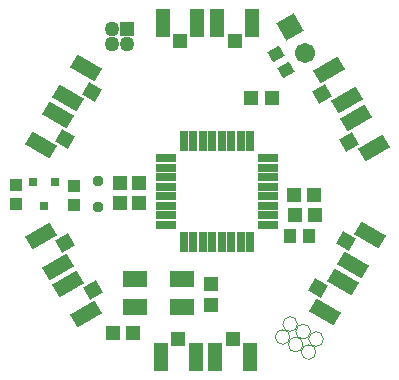
<source format=gts>
G04*
G04 #@! TF.GenerationSoftware,Altium Limited,Altium Designer,21.9.1 (22)*
G04*
G04 Layer_Color=8388736*
%FSLAX44Y44*%
%MOMM*%
G71*
G04*
G04 #@! TF.SameCoordinates,043B7ADD-777D-4B4F-A2BF-0A1D89707C51*
G04*
G04*
G04 #@! TF.FilePolarity,Negative*
G04*
G01*
G75*
%ADD11C,0.0000*%
%ADD32R,1.7032X0.7532*%
%ADD33R,0.7532X1.7032*%
%ADD34R,1.3032X1.2032*%
%ADD35R,1.2532X2.4032*%
%ADD36R,1.2032X1.2532*%
G04:AMPARAMS|DCode=37|XSize=1.2532mm|YSize=2.4032mm|CornerRadius=0mm|HoleSize=0mm|Usage=FLASHONLY|Rotation=120.000|XOffset=0mm|YOffset=0mm|HoleType=Round|Shape=Rectangle|*
%AMROTATEDRECTD37*
4,1,4,1.3539,0.0582,-0.7273,-1.1435,-1.3539,-0.0582,0.7273,1.1435,1.3539,0.0582,0.0*
%
%ADD37ROTATEDRECTD37*%

G04:AMPARAMS|DCode=38|XSize=1.2032mm|YSize=1.2532mm|CornerRadius=0mm|HoleSize=0mm|Usage=FLASHONLY|Rotation=120.000|XOffset=0mm|YOffset=0mm|HoleType=Round|Shape=Rectangle|*
%AMROTATEDRECTD38*
4,1,4,0.8435,-0.2077,-0.2419,-0.8343,-0.8435,0.2077,0.2419,0.8343,0.8435,-0.2077,0.0*
%
%ADD38ROTATEDRECTD38*%

G04:AMPARAMS|DCode=39|XSize=1.2532mm|YSize=2.4032mm|CornerRadius=0mm|HoleSize=0mm|Usage=FLASHONLY|Rotation=240.000|XOffset=0mm|YOffset=0mm|HoleType=Round|Shape=Rectangle|*
%AMROTATEDRECTD39*
4,1,4,-0.7273,1.1435,1.3539,-0.0582,0.7273,-1.1435,-1.3539,0.0582,-0.7273,1.1435,0.0*
%
%ADD39ROTATEDRECTD39*%

G04:AMPARAMS|DCode=40|XSize=1.2032mm|YSize=1.2532mm|CornerRadius=0mm|HoleSize=0mm|Usage=FLASHONLY|Rotation=240.000|XOffset=0mm|YOffset=0mm|HoleType=Round|Shape=Rectangle|*
%AMROTATEDRECTD40*
4,1,4,-0.2419,0.8343,0.8435,0.2077,0.2419,-0.8343,-0.8435,-0.2077,-0.2419,0.8343,0.0*
%
%ADD40ROTATEDRECTD40*%

G04:AMPARAMS|DCode=41|XSize=0.9932mm|YSize=1.1332mm|CornerRadius=0mm|HoleSize=0mm|Usage=FLASHONLY|Rotation=300.000|XOffset=0mm|YOffset=0mm|HoleType=Round|Shape=Rectangle|*
%AMROTATEDRECTD41*
4,1,4,-0.7390,0.1468,0.2424,0.7134,0.7390,-0.1468,-0.2424,-0.7134,-0.7390,0.1468,0.0*
%
%ADD41ROTATEDRECTD41*%

%ADD42R,1.1032X1.1732*%
%ADD43R,1.2032X1.3032*%
%ADD44R,1.1332X0.9932*%
G04:AMPARAMS|DCode=45|XSize=0.8032mm|YSize=0.8032mm|CornerRadius=0.1766mm|HoleSize=0mm|Usage=FLASHONLY|Rotation=270.000|XOffset=0mm|YOffset=0mm|HoleType=Round|Shape=RoundedRectangle|*
%AMROUNDEDRECTD45*
21,1,0.8032,0.4500,0,0,270.0*
21,1,0.4500,0.8032,0,0,270.0*
1,1,0.3532,-0.2250,-0.2250*
1,1,0.3532,-0.2250,0.2250*
1,1,0.3532,0.2250,0.2250*
1,1,0.3532,0.2250,-0.2250*
%
%ADD45ROUNDEDRECTD45*%
%ADD46R,0.8032X0.8032*%
%ADD47R,2.0032X1.4032*%
%ADD48C,1.2632*%
%ADD49R,1.2632X1.2632*%
%ADD50C,1.7032*%
%ADD51P,2.4087X4X345.0*%
D11*
X824302Y515102D02*
G03*
X824302Y515102I-6220J0D01*
G01*
X830651Y526100D02*
G03*
X830651Y526100I-6220J0D01*
G01*
X835300Y508751D02*
G03*
X835300Y508751I-6220J0D01*
G01*
X841650Y519750D02*
G03*
X841650Y519750I-6220J0D01*
G01*
X846299Y502402D02*
G03*
X846299Y502402I-6220J0D01*
G01*
X852648Y513400D02*
G03*
X852648Y513400I-6220J0D01*
G01*
D32*
X719530Y666320D02*
D03*
Y658320D02*
D03*
Y650320D02*
D03*
Y642320D02*
D03*
Y634320D02*
D03*
Y626320D02*
D03*
Y618320D02*
D03*
Y610320D02*
D03*
X805530D02*
D03*
Y618320D02*
D03*
Y626320D02*
D03*
Y634320D02*
D03*
Y642320D02*
D03*
Y650320D02*
D03*
Y658320D02*
D03*
Y666320D02*
D03*
D33*
X734530Y595320D02*
D03*
X742530D02*
D03*
X750530D02*
D03*
X758530D02*
D03*
X766530D02*
D03*
X774530D02*
D03*
X782530D02*
D03*
X790530D02*
D03*
Y681320D02*
D03*
X782530D02*
D03*
X774530D02*
D03*
X766530D02*
D03*
X758530D02*
D03*
X750530D02*
D03*
X742530D02*
D03*
X734530D02*
D03*
D34*
X791700Y717220D02*
D03*
X808700D02*
D03*
X691120Y518500D02*
D03*
X674120D02*
D03*
X828230Y618380D02*
D03*
X845230D02*
D03*
X844520Y635100D02*
D03*
X827520D02*
D03*
D35*
X792190Y781050D02*
D03*
X762690D02*
D03*
X761180Y498510D02*
D03*
X790680D02*
D03*
X714970Y498430D02*
D03*
X744470D02*
D03*
X745920Y781100D02*
D03*
X716420D02*
D03*
D36*
X777440Y765800D02*
D03*
X775930Y513760D02*
D03*
X729720Y513680D02*
D03*
X731170Y765850D02*
D03*
D37*
X613390Y600248D02*
D03*
X628140Y574700D02*
D03*
X895205Y675306D02*
D03*
X880455Y700854D02*
D03*
X872240Y715500D02*
D03*
X857490Y741048D02*
D03*
X651360Y534642D02*
D03*
X636610Y560190D02*
D03*
D38*
X633972Y595099D02*
D03*
X874623Y680455D02*
D03*
X851658Y720649D02*
D03*
X657192Y555041D02*
D03*
D39*
X877295Y575776D02*
D03*
X892045Y601324D02*
D03*
X628090Y703080D02*
D03*
X613340Y677532D02*
D03*
X651250Y743088D02*
D03*
X636500Y717540D02*
D03*
X868940Y561480D02*
D03*
X854190Y535932D02*
D03*
D40*
X871463Y596175D02*
D03*
X633922Y682681D02*
D03*
X657082Y722689D02*
D03*
X848358Y556331D02*
D03*
D41*
X820930Y740939D02*
D03*
X812730Y755142D02*
D03*
D42*
X840410Y600570D02*
D03*
X824710D02*
D03*
D43*
X680080Y628440D02*
D03*
Y645440D02*
D03*
X696170Y628880D02*
D03*
Y645880D02*
D03*
X757610Y559660D02*
D03*
Y542660D02*
D03*
D44*
X641480Y626680D02*
D03*
Y643080D02*
D03*
X592510Y627780D02*
D03*
Y644180D02*
D03*
D45*
X661560Y624950D02*
D03*
Y646950D02*
D03*
D46*
X625490Y646310D02*
D03*
X606490D02*
D03*
X615990Y626310D02*
D03*
D47*
X692692Y540188D02*
D03*
X732692D02*
D03*
Y564188D02*
D03*
X692692D02*
D03*
D48*
X673660Y763570D02*
D03*
Y776270D02*
D03*
X686360Y763570D02*
D03*
D49*
Y776270D02*
D03*
D50*
X836758Y755720D02*
D03*
D51*
X824058Y777717D02*
D03*
M02*

</source>
